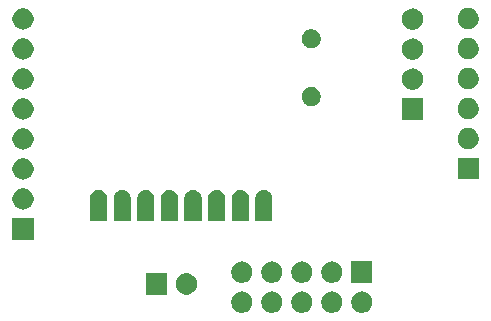
<source format=gbr>
G04 #@! TF.GenerationSoftware,KiCad,Pcbnew,(5.1.5-0-10_14)*
G04 #@! TF.CreationDate,2020-04-26T21:59:26+02:00*
G04 #@! TF.ProjectId,minimal,6d696e69-6d61-46c2-9e6b-696361645f70,rev?*
G04 #@! TF.SameCoordinates,Original*
G04 #@! TF.FileFunction,Soldermask,Bot*
G04 #@! TF.FilePolarity,Negative*
%FSLAX46Y46*%
G04 Gerber Fmt 4.6, Leading zero omitted, Abs format (unit mm)*
G04 Created by KiCad (PCBNEW (5.1.5-0-10_14)) date 2020-04-26 21:59:26*
%MOMM*%
%LPD*%
G04 APERTURE LIST*
%ADD10C,0.100000*%
G04 APERTURE END LIST*
D10*
G36*
X57403512Y-65143927D02*
G01*
X57552812Y-65173624D01*
X57716784Y-65241544D01*
X57864354Y-65340147D01*
X57989853Y-65465646D01*
X58088456Y-65613216D01*
X58156376Y-65777188D01*
X58191000Y-65951259D01*
X58191000Y-66128741D01*
X58156376Y-66302812D01*
X58088456Y-66466784D01*
X57989853Y-66614354D01*
X57864354Y-66739853D01*
X57716784Y-66838456D01*
X57552812Y-66906376D01*
X57403512Y-66936073D01*
X57378742Y-66941000D01*
X57201258Y-66941000D01*
X57176488Y-66936073D01*
X57027188Y-66906376D01*
X56863216Y-66838456D01*
X56715646Y-66739853D01*
X56590147Y-66614354D01*
X56491544Y-66466784D01*
X56423624Y-66302812D01*
X56389000Y-66128741D01*
X56389000Y-65951259D01*
X56423624Y-65777188D01*
X56491544Y-65613216D01*
X56590147Y-65465646D01*
X56715646Y-65340147D01*
X56863216Y-65241544D01*
X57027188Y-65173624D01*
X57176488Y-65143927D01*
X57201258Y-65139000D01*
X57378742Y-65139000D01*
X57403512Y-65143927D01*
G37*
G36*
X54863512Y-65143927D02*
G01*
X55012812Y-65173624D01*
X55176784Y-65241544D01*
X55324354Y-65340147D01*
X55449853Y-65465646D01*
X55548456Y-65613216D01*
X55616376Y-65777188D01*
X55651000Y-65951259D01*
X55651000Y-66128741D01*
X55616376Y-66302812D01*
X55548456Y-66466784D01*
X55449853Y-66614354D01*
X55324354Y-66739853D01*
X55176784Y-66838456D01*
X55012812Y-66906376D01*
X54863512Y-66936073D01*
X54838742Y-66941000D01*
X54661258Y-66941000D01*
X54636488Y-66936073D01*
X54487188Y-66906376D01*
X54323216Y-66838456D01*
X54175646Y-66739853D01*
X54050147Y-66614354D01*
X53951544Y-66466784D01*
X53883624Y-66302812D01*
X53849000Y-66128741D01*
X53849000Y-65951259D01*
X53883624Y-65777188D01*
X53951544Y-65613216D01*
X54050147Y-65465646D01*
X54175646Y-65340147D01*
X54323216Y-65241544D01*
X54487188Y-65173624D01*
X54636488Y-65143927D01*
X54661258Y-65139000D01*
X54838742Y-65139000D01*
X54863512Y-65143927D01*
G37*
G36*
X52323512Y-65143927D02*
G01*
X52472812Y-65173624D01*
X52636784Y-65241544D01*
X52784354Y-65340147D01*
X52909853Y-65465646D01*
X53008456Y-65613216D01*
X53076376Y-65777188D01*
X53111000Y-65951259D01*
X53111000Y-66128741D01*
X53076376Y-66302812D01*
X53008456Y-66466784D01*
X52909853Y-66614354D01*
X52784354Y-66739853D01*
X52636784Y-66838456D01*
X52472812Y-66906376D01*
X52323512Y-66936073D01*
X52298742Y-66941000D01*
X52121258Y-66941000D01*
X52096488Y-66936073D01*
X51947188Y-66906376D01*
X51783216Y-66838456D01*
X51635646Y-66739853D01*
X51510147Y-66614354D01*
X51411544Y-66466784D01*
X51343624Y-66302812D01*
X51309000Y-66128741D01*
X51309000Y-65951259D01*
X51343624Y-65777188D01*
X51411544Y-65613216D01*
X51510147Y-65465646D01*
X51635646Y-65340147D01*
X51783216Y-65241544D01*
X51947188Y-65173624D01*
X52096488Y-65143927D01*
X52121258Y-65139000D01*
X52298742Y-65139000D01*
X52323512Y-65143927D01*
G37*
G36*
X49783512Y-65143927D02*
G01*
X49932812Y-65173624D01*
X50096784Y-65241544D01*
X50244354Y-65340147D01*
X50369853Y-65465646D01*
X50468456Y-65613216D01*
X50536376Y-65777188D01*
X50571000Y-65951259D01*
X50571000Y-66128741D01*
X50536376Y-66302812D01*
X50468456Y-66466784D01*
X50369853Y-66614354D01*
X50244354Y-66739853D01*
X50096784Y-66838456D01*
X49932812Y-66906376D01*
X49783512Y-66936073D01*
X49758742Y-66941000D01*
X49581258Y-66941000D01*
X49556488Y-66936073D01*
X49407188Y-66906376D01*
X49243216Y-66838456D01*
X49095646Y-66739853D01*
X48970147Y-66614354D01*
X48871544Y-66466784D01*
X48803624Y-66302812D01*
X48769000Y-66128741D01*
X48769000Y-65951259D01*
X48803624Y-65777188D01*
X48871544Y-65613216D01*
X48970147Y-65465646D01*
X49095646Y-65340147D01*
X49243216Y-65241544D01*
X49407188Y-65173624D01*
X49556488Y-65143927D01*
X49581258Y-65139000D01*
X49758742Y-65139000D01*
X49783512Y-65143927D01*
G37*
G36*
X47243512Y-65143927D02*
G01*
X47392812Y-65173624D01*
X47556784Y-65241544D01*
X47704354Y-65340147D01*
X47829853Y-65465646D01*
X47928456Y-65613216D01*
X47996376Y-65777188D01*
X48031000Y-65951259D01*
X48031000Y-66128741D01*
X47996376Y-66302812D01*
X47928456Y-66466784D01*
X47829853Y-66614354D01*
X47704354Y-66739853D01*
X47556784Y-66838456D01*
X47392812Y-66906376D01*
X47243512Y-66936073D01*
X47218742Y-66941000D01*
X47041258Y-66941000D01*
X47016488Y-66936073D01*
X46867188Y-66906376D01*
X46703216Y-66838456D01*
X46555646Y-66739853D01*
X46430147Y-66614354D01*
X46331544Y-66466784D01*
X46263624Y-66302812D01*
X46229000Y-66128741D01*
X46229000Y-65951259D01*
X46263624Y-65777188D01*
X46331544Y-65613216D01*
X46430147Y-65465646D01*
X46555646Y-65340147D01*
X46703216Y-65241544D01*
X46867188Y-65173624D01*
X47016488Y-65143927D01*
X47041258Y-65139000D01*
X47218742Y-65139000D01*
X47243512Y-65143927D01*
G37*
G36*
X40801000Y-65401000D02*
G01*
X38999000Y-65401000D01*
X38999000Y-63599000D01*
X40801000Y-63599000D01*
X40801000Y-65401000D01*
G37*
G36*
X42553512Y-63603927D02*
G01*
X42702812Y-63633624D01*
X42866784Y-63701544D01*
X43014354Y-63800147D01*
X43139853Y-63925646D01*
X43238456Y-64073216D01*
X43306376Y-64237188D01*
X43332072Y-64366375D01*
X43338960Y-64401000D01*
X43341000Y-64411259D01*
X43341000Y-64588741D01*
X43306376Y-64762812D01*
X43238456Y-64926784D01*
X43139853Y-65074354D01*
X43014354Y-65199853D01*
X42866784Y-65298456D01*
X42702812Y-65366376D01*
X42553512Y-65396073D01*
X42528742Y-65401000D01*
X42351258Y-65401000D01*
X42326488Y-65396073D01*
X42177188Y-65366376D01*
X42013216Y-65298456D01*
X41865646Y-65199853D01*
X41740147Y-65074354D01*
X41641544Y-64926784D01*
X41573624Y-64762812D01*
X41539000Y-64588741D01*
X41539000Y-64411259D01*
X41541041Y-64401000D01*
X41547928Y-64366375D01*
X41573624Y-64237188D01*
X41641544Y-64073216D01*
X41740147Y-63925646D01*
X41865646Y-63800147D01*
X42013216Y-63701544D01*
X42177188Y-63633624D01*
X42326488Y-63603927D01*
X42351258Y-63599000D01*
X42528742Y-63599000D01*
X42553512Y-63603927D01*
G37*
G36*
X58191000Y-64401000D02*
G01*
X56389000Y-64401000D01*
X56389000Y-62599000D01*
X58191000Y-62599000D01*
X58191000Y-64401000D01*
G37*
G36*
X49783512Y-62603927D02*
G01*
X49932812Y-62633624D01*
X50096784Y-62701544D01*
X50244354Y-62800147D01*
X50369853Y-62925646D01*
X50468456Y-63073216D01*
X50536376Y-63237188D01*
X50566073Y-63386488D01*
X50571000Y-63411258D01*
X50571000Y-63588742D01*
X50566073Y-63613512D01*
X50536376Y-63762812D01*
X50468456Y-63926784D01*
X50369853Y-64074354D01*
X50244354Y-64199853D01*
X50096784Y-64298456D01*
X49932812Y-64366376D01*
X49783512Y-64396073D01*
X49758742Y-64401000D01*
X49581258Y-64401000D01*
X49556488Y-64396073D01*
X49407188Y-64366376D01*
X49243216Y-64298456D01*
X49095646Y-64199853D01*
X48970147Y-64074354D01*
X48871544Y-63926784D01*
X48803624Y-63762812D01*
X48773927Y-63613512D01*
X48769000Y-63588742D01*
X48769000Y-63411258D01*
X48773927Y-63386488D01*
X48803624Y-63237188D01*
X48871544Y-63073216D01*
X48970147Y-62925646D01*
X49095646Y-62800147D01*
X49243216Y-62701544D01*
X49407188Y-62633624D01*
X49556488Y-62603927D01*
X49581258Y-62599000D01*
X49758742Y-62599000D01*
X49783512Y-62603927D01*
G37*
G36*
X47243512Y-62603927D02*
G01*
X47392812Y-62633624D01*
X47556784Y-62701544D01*
X47704354Y-62800147D01*
X47829853Y-62925646D01*
X47928456Y-63073216D01*
X47996376Y-63237188D01*
X48026073Y-63386488D01*
X48031000Y-63411258D01*
X48031000Y-63588742D01*
X48026073Y-63613512D01*
X47996376Y-63762812D01*
X47928456Y-63926784D01*
X47829853Y-64074354D01*
X47704354Y-64199853D01*
X47556784Y-64298456D01*
X47392812Y-64366376D01*
X47243512Y-64396073D01*
X47218742Y-64401000D01*
X47041258Y-64401000D01*
X47016488Y-64396073D01*
X46867188Y-64366376D01*
X46703216Y-64298456D01*
X46555646Y-64199853D01*
X46430147Y-64074354D01*
X46331544Y-63926784D01*
X46263624Y-63762812D01*
X46233927Y-63613512D01*
X46229000Y-63588742D01*
X46229000Y-63411258D01*
X46233927Y-63386488D01*
X46263624Y-63237188D01*
X46331544Y-63073216D01*
X46430147Y-62925646D01*
X46555646Y-62800147D01*
X46703216Y-62701544D01*
X46867188Y-62633624D01*
X47016488Y-62603927D01*
X47041258Y-62599000D01*
X47218742Y-62599000D01*
X47243512Y-62603927D01*
G37*
G36*
X54863512Y-62603927D02*
G01*
X55012812Y-62633624D01*
X55176784Y-62701544D01*
X55324354Y-62800147D01*
X55449853Y-62925646D01*
X55548456Y-63073216D01*
X55616376Y-63237188D01*
X55646073Y-63386488D01*
X55651000Y-63411258D01*
X55651000Y-63588742D01*
X55646073Y-63613512D01*
X55616376Y-63762812D01*
X55548456Y-63926784D01*
X55449853Y-64074354D01*
X55324354Y-64199853D01*
X55176784Y-64298456D01*
X55012812Y-64366376D01*
X54863512Y-64396073D01*
X54838742Y-64401000D01*
X54661258Y-64401000D01*
X54636488Y-64396073D01*
X54487188Y-64366376D01*
X54323216Y-64298456D01*
X54175646Y-64199853D01*
X54050147Y-64074354D01*
X53951544Y-63926784D01*
X53883624Y-63762812D01*
X53853927Y-63613512D01*
X53849000Y-63588742D01*
X53849000Y-63411258D01*
X53853927Y-63386488D01*
X53883624Y-63237188D01*
X53951544Y-63073216D01*
X54050147Y-62925646D01*
X54175646Y-62800147D01*
X54323216Y-62701544D01*
X54487188Y-62633624D01*
X54636488Y-62603927D01*
X54661258Y-62599000D01*
X54838742Y-62599000D01*
X54863512Y-62603927D01*
G37*
G36*
X52323512Y-62603927D02*
G01*
X52472812Y-62633624D01*
X52636784Y-62701544D01*
X52784354Y-62800147D01*
X52909853Y-62925646D01*
X53008456Y-63073216D01*
X53076376Y-63237188D01*
X53106073Y-63386488D01*
X53111000Y-63411258D01*
X53111000Y-63588742D01*
X53106073Y-63613512D01*
X53076376Y-63762812D01*
X53008456Y-63926784D01*
X52909853Y-64074354D01*
X52784354Y-64199853D01*
X52636784Y-64298456D01*
X52472812Y-64366376D01*
X52323512Y-64396073D01*
X52298742Y-64401000D01*
X52121258Y-64401000D01*
X52096488Y-64396073D01*
X51947188Y-64366376D01*
X51783216Y-64298456D01*
X51635646Y-64199853D01*
X51510147Y-64074354D01*
X51411544Y-63926784D01*
X51343624Y-63762812D01*
X51313927Y-63613512D01*
X51309000Y-63588742D01*
X51309000Y-63411258D01*
X51313927Y-63386488D01*
X51343624Y-63237188D01*
X51411544Y-63073216D01*
X51510147Y-62925646D01*
X51635646Y-62800147D01*
X51783216Y-62701544D01*
X51947188Y-62633624D01*
X52096488Y-62603927D01*
X52121258Y-62599000D01*
X52298742Y-62599000D01*
X52323512Y-62603927D01*
G37*
G36*
X29501000Y-60741000D02*
G01*
X27699000Y-60741000D01*
X27699000Y-58939000D01*
X29501000Y-58939000D01*
X29501000Y-60741000D01*
G37*
G36*
X45211766Y-56551899D02*
G01*
X45343888Y-56606626D01*
X45343890Y-56606627D01*
X45462798Y-56686079D01*
X45563921Y-56787202D01*
X45563922Y-56787204D01*
X45643374Y-56906112D01*
X45698101Y-57038234D01*
X45726000Y-57178494D01*
X45726000Y-59201000D01*
X44274000Y-59201000D01*
X44274000Y-57178494D01*
X44301899Y-57038234D01*
X44356626Y-56906112D01*
X44436078Y-56787204D01*
X44436079Y-56787202D01*
X44537202Y-56686079D01*
X44656110Y-56606627D01*
X44656112Y-56606626D01*
X44788234Y-56551899D01*
X44928494Y-56524000D01*
X45071506Y-56524000D01*
X45211766Y-56551899D01*
G37*
G36*
X43211766Y-56551899D02*
G01*
X43343888Y-56606626D01*
X43343890Y-56606627D01*
X43462798Y-56686079D01*
X43563921Y-56787202D01*
X43563922Y-56787204D01*
X43643374Y-56906112D01*
X43698101Y-57038234D01*
X43726000Y-57178494D01*
X43726000Y-59201000D01*
X42274000Y-59201000D01*
X42274000Y-57178494D01*
X42301899Y-57038234D01*
X42356626Y-56906112D01*
X42436078Y-56787204D01*
X42436079Y-56787202D01*
X42537202Y-56686079D01*
X42656110Y-56606627D01*
X42656112Y-56606626D01*
X42788234Y-56551899D01*
X42928494Y-56524000D01*
X43071506Y-56524000D01*
X43211766Y-56551899D01*
G37*
G36*
X41211766Y-56551899D02*
G01*
X41343888Y-56606626D01*
X41343890Y-56606627D01*
X41462798Y-56686079D01*
X41563921Y-56787202D01*
X41563922Y-56787204D01*
X41643374Y-56906112D01*
X41698101Y-57038234D01*
X41726000Y-57178494D01*
X41726000Y-59201000D01*
X40274000Y-59201000D01*
X40274000Y-57178494D01*
X40301899Y-57038234D01*
X40356626Y-56906112D01*
X40436078Y-56787204D01*
X40436079Y-56787202D01*
X40537202Y-56686079D01*
X40656110Y-56606627D01*
X40656112Y-56606626D01*
X40788234Y-56551899D01*
X40928494Y-56524000D01*
X41071506Y-56524000D01*
X41211766Y-56551899D01*
G37*
G36*
X39211766Y-56551899D02*
G01*
X39343888Y-56606626D01*
X39343890Y-56606627D01*
X39462798Y-56686079D01*
X39563921Y-56787202D01*
X39563922Y-56787204D01*
X39643374Y-56906112D01*
X39698101Y-57038234D01*
X39726000Y-57178494D01*
X39726000Y-59201000D01*
X38274000Y-59201000D01*
X38274000Y-57178494D01*
X38301899Y-57038234D01*
X38356626Y-56906112D01*
X38436078Y-56787204D01*
X38436079Y-56787202D01*
X38537202Y-56686079D01*
X38656110Y-56606627D01*
X38656112Y-56606626D01*
X38788234Y-56551899D01*
X38928494Y-56524000D01*
X39071506Y-56524000D01*
X39211766Y-56551899D01*
G37*
G36*
X37211766Y-56551899D02*
G01*
X37343888Y-56606626D01*
X37343890Y-56606627D01*
X37462798Y-56686079D01*
X37563921Y-56787202D01*
X37563922Y-56787204D01*
X37643374Y-56906112D01*
X37698101Y-57038234D01*
X37726000Y-57178494D01*
X37726000Y-59201000D01*
X36274000Y-59201000D01*
X36274000Y-57178494D01*
X36301899Y-57038234D01*
X36356626Y-56906112D01*
X36436078Y-56787204D01*
X36436079Y-56787202D01*
X36537202Y-56686079D01*
X36656110Y-56606627D01*
X36656112Y-56606626D01*
X36788234Y-56551899D01*
X36928494Y-56524000D01*
X37071506Y-56524000D01*
X37211766Y-56551899D01*
G37*
G36*
X47211766Y-56551899D02*
G01*
X47343888Y-56606626D01*
X47343890Y-56606627D01*
X47462798Y-56686079D01*
X47563921Y-56787202D01*
X47563922Y-56787204D01*
X47643374Y-56906112D01*
X47698101Y-57038234D01*
X47726000Y-57178494D01*
X47726000Y-59201000D01*
X46274000Y-59201000D01*
X46274000Y-57178494D01*
X46301899Y-57038234D01*
X46356626Y-56906112D01*
X46436078Y-56787204D01*
X46436079Y-56787202D01*
X46537202Y-56686079D01*
X46656110Y-56606627D01*
X46656112Y-56606626D01*
X46788234Y-56551899D01*
X46928494Y-56524000D01*
X47071506Y-56524000D01*
X47211766Y-56551899D01*
G37*
G36*
X35211766Y-56551899D02*
G01*
X35343888Y-56606626D01*
X35343890Y-56606627D01*
X35462798Y-56686079D01*
X35563921Y-56787202D01*
X35563922Y-56787204D01*
X35643374Y-56906112D01*
X35698101Y-57038234D01*
X35726000Y-57178494D01*
X35726000Y-59201000D01*
X34274000Y-59201000D01*
X34274000Y-57178494D01*
X34301899Y-57038234D01*
X34356626Y-56906112D01*
X34436078Y-56787204D01*
X34436079Y-56787202D01*
X34537202Y-56686079D01*
X34656110Y-56606627D01*
X34656112Y-56606626D01*
X34788234Y-56551899D01*
X34928494Y-56524000D01*
X35071506Y-56524000D01*
X35211766Y-56551899D01*
G37*
G36*
X49211766Y-56551899D02*
G01*
X49343888Y-56606626D01*
X49343890Y-56606627D01*
X49462798Y-56686079D01*
X49563921Y-56787202D01*
X49563922Y-56787204D01*
X49643374Y-56906112D01*
X49698101Y-57038234D01*
X49726000Y-57178494D01*
X49726000Y-59201000D01*
X48274000Y-59201000D01*
X48274000Y-57178494D01*
X48301899Y-57038234D01*
X48356626Y-56906112D01*
X48436078Y-56787204D01*
X48436079Y-56787202D01*
X48537202Y-56686079D01*
X48656110Y-56606627D01*
X48656112Y-56606626D01*
X48788234Y-56551899D01*
X48928494Y-56524000D01*
X49071506Y-56524000D01*
X49211766Y-56551899D01*
G37*
G36*
X28713512Y-56403927D02*
G01*
X28862812Y-56433624D01*
X29026784Y-56501544D01*
X29174354Y-56600147D01*
X29299853Y-56725646D01*
X29398456Y-56873216D01*
X29466376Y-57037188D01*
X29501000Y-57211259D01*
X29501000Y-57388741D01*
X29466376Y-57562812D01*
X29398456Y-57726784D01*
X29299853Y-57874354D01*
X29174354Y-57999853D01*
X29026784Y-58098456D01*
X28862812Y-58166376D01*
X28713512Y-58196073D01*
X28688742Y-58201000D01*
X28511258Y-58201000D01*
X28486488Y-58196073D01*
X28337188Y-58166376D01*
X28173216Y-58098456D01*
X28025646Y-57999853D01*
X27900147Y-57874354D01*
X27801544Y-57726784D01*
X27733624Y-57562812D01*
X27699000Y-57388741D01*
X27699000Y-57211259D01*
X27733624Y-57037188D01*
X27801544Y-56873216D01*
X27900147Y-56725646D01*
X28025646Y-56600147D01*
X28173216Y-56501544D01*
X28337188Y-56433624D01*
X28486488Y-56403927D01*
X28511258Y-56399000D01*
X28688742Y-56399000D01*
X28713512Y-56403927D01*
G37*
G36*
X28713512Y-53863927D02*
G01*
X28862812Y-53893624D01*
X29026784Y-53961544D01*
X29174354Y-54060147D01*
X29299853Y-54185646D01*
X29398456Y-54333216D01*
X29466376Y-54497188D01*
X29501000Y-54671259D01*
X29501000Y-54848741D01*
X29466376Y-55022812D01*
X29398456Y-55186784D01*
X29299853Y-55334354D01*
X29174354Y-55459853D01*
X29026784Y-55558456D01*
X28862812Y-55626376D01*
X28713512Y-55656073D01*
X28688742Y-55661000D01*
X28511258Y-55661000D01*
X28486488Y-55656073D01*
X28337188Y-55626376D01*
X28173216Y-55558456D01*
X28025646Y-55459853D01*
X27900147Y-55334354D01*
X27801544Y-55186784D01*
X27733624Y-55022812D01*
X27699000Y-54848741D01*
X27699000Y-54671259D01*
X27733624Y-54497188D01*
X27801544Y-54333216D01*
X27900147Y-54185646D01*
X28025646Y-54060147D01*
X28173216Y-53961544D01*
X28337188Y-53893624D01*
X28486488Y-53863927D01*
X28511258Y-53859000D01*
X28688742Y-53859000D01*
X28713512Y-53863927D01*
G37*
G36*
X67201000Y-55641000D02*
G01*
X65399000Y-55641000D01*
X65399000Y-53839000D01*
X67201000Y-53839000D01*
X67201000Y-55641000D01*
G37*
G36*
X28713512Y-51323927D02*
G01*
X28862812Y-51353624D01*
X29026784Y-51421544D01*
X29174354Y-51520147D01*
X29299853Y-51645646D01*
X29398456Y-51793216D01*
X29466376Y-51957188D01*
X29501000Y-52131259D01*
X29501000Y-52308741D01*
X29466376Y-52482812D01*
X29398456Y-52646784D01*
X29299853Y-52794354D01*
X29174354Y-52919853D01*
X29026784Y-53018456D01*
X28862812Y-53086376D01*
X28713512Y-53116073D01*
X28688742Y-53121000D01*
X28511258Y-53121000D01*
X28486488Y-53116073D01*
X28337188Y-53086376D01*
X28173216Y-53018456D01*
X28025646Y-52919853D01*
X27900147Y-52794354D01*
X27801544Y-52646784D01*
X27733624Y-52482812D01*
X27699000Y-52308741D01*
X27699000Y-52131259D01*
X27733624Y-51957188D01*
X27801544Y-51793216D01*
X27900147Y-51645646D01*
X28025646Y-51520147D01*
X28173216Y-51421544D01*
X28337188Y-51353624D01*
X28486488Y-51323927D01*
X28511258Y-51319000D01*
X28688742Y-51319000D01*
X28713512Y-51323927D01*
G37*
G36*
X66413512Y-51303927D02*
G01*
X66562812Y-51333624D01*
X66726784Y-51401544D01*
X66874354Y-51500147D01*
X66999853Y-51625646D01*
X67098456Y-51773216D01*
X67166376Y-51937188D01*
X67201000Y-52111259D01*
X67201000Y-52288741D01*
X67166376Y-52462812D01*
X67098456Y-52626784D01*
X66999853Y-52774354D01*
X66874354Y-52899853D01*
X66726784Y-52998456D01*
X66562812Y-53066376D01*
X66413512Y-53096073D01*
X66388742Y-53101000D01*
X66211258Y-53101000D01*
X66186488Y-53096073D01*
X66037188Y-53066376D01*
X65873216Y-52998456D01*
X65725646Y-52899853D01*
X65600147Y-52774354D01*
X65501544Y-52626784D01*
X65433624Y-52462812D01*
X65399000Y-52288741D01*
X65399000Y-52111259D01*
X65433624Y-51937188D01*
X65501544Y-51773216D01*
X65600147Y-51625646D01*
X65725646Y-51500147D01*
X65873216Y-51401544D01*
X66037188Y-51333624D01*
X66186488Y-51303927D01*
X66211258Y-51299000D01*
X66388742Y-51299000D01*
X66413512Y-51303927D01*
G37*
G36*
X62501000Y-50601000D02*
G01*
X60699000Y-50601000D01*
X60699000Y-48799000D01*
X62501000Y-48799000D01*
X62501000Y-50601000D01*
G37*
G36*
X28713512Y-48783927D02*
G01*
X28862812Y-48813624D01*
X29026784Y-48881544D01*
X29174354Y-48980147D01*
X29299853Y-49105646D01*
X29398456Y-49253216D01*
X29466376Y-49417188D01*
X29501000Y-49591259D01*
X29501000Y-49768741D01*
X29466376Y-49942812D01*
X29398456Y-50106784D01*
X29299853Y-50254354D01*
X29174354Y-50379853D01*
X29026784Y-50478456D01*
X28862812Y-50546376D01*
X28713512Y-50576073D01*
X28688742Y-50581000D01*
X28511258Y-50581000D01*
X28486488Y-50576073D01*
X28337188Y-50546376D01*
X28173216Y-50478456D01*
X28025646Y-50379853D01*
X27900147Y-50254354D01*
X27801544Y-50106784D01*
X27733624Y-49942812D01*
X27699000Y-49768741D01*
X27699000Y-49591259D01*
X27733624Y-49417188D01*
X27801544Y-49253216D01*
X27900147Y-49105646D01*
X28025646Y-48980147D01*
X28173216Y-48881544D01*
X28337188Y-48813624D01*
X28486488Y-48783927D01*
X28511258Y-48779000D01*
X28688742Y-48779000D01*
X28713512Y-48783927D01*
G37*
G36*
X66413512Y-48763927D02*
G01*
X66562812Y-48793624D01*
X66726784Y-48861544D01*
X66874354Y-48960147D01*
X66999853Y-49085646D01*
X67098456Y-49233216D01*
X67166376Y-49397188D01*
X67201000Y-49571259D01*
X67201000Y-49748741D01*
X67166376Y-49922812D01*
X67098456Y-50086784D01*
X66999853Y-50234354D01*
X66874354Y-50359853D01*
X66726784Y-50458456D01*
X66562812Y-50526376D01*
X66413512Y-50556073D01*
X66388742Y-50561000D01*
X66211258Y-50561000D01*
X66186488Y-50556073D01*
X66037188Y-50526376D01*
X65873216Y-50458456D01*
X65725646Y-50359853D01*
X65600147Y-50234354D01*
X65501544Y-50086784D01*
X65433624Y-49922812D01*
X65399000Y-49748741D01*
X65399000Y-49571259D01*
X65433624Y-49397188D01*
X65501544Y-49233216D01*
X65600147Y-49085646D01*
X65725646Y-48960147D01*
X65873216Y-48861544D01*
X66037188Y-48793624D01*
X66186488Y-48763927D01*
X66211258Y-48759000D01*
X66388742Y-48759000D01*
X66413512Y-48763927D01*
G37*
G36*
X53233642Y-47859781D02*
G01*
X53375295Y-47918456D01*
X53379416Y-47920163D01*
X53510608Y-48007822D01*
X53622178Y-48119392D01*
X53709837Y-48250584D01*
X53709838Y-48250586D01*
X53770219Y-48396358D01*
X53801000Y-48551107D01*
X53801000Y-48708893D01*
X53770219Y-48863642D01*
X53721961Y-48980147D01*
X53709837Y-49009416D01*
X53622178Y-49140608D01*
X53510608Y-49252178D01*
X53379416Y-49339837D01*
X53379415Y-49339838D01*
X53379414Y-49339838D01*
X53233642Y-49400219D01*
X53078893Y-49431000D01*
X52921107Y-49431000D01*
X52766358Y-49400219D01*
X52620586Y-49339838D01*
X52620585Y-49339838D01*
X52620584Y-49339837D01*
X52489392Y-49252178D01*
X52377822Y-49140608D01*
X52290163Y-49009416D01*
X52278039Y-48980147D01*
X52229781Y-48863642D01*
X52199000Y-48708893D01*
X52199000Y-48551107D01*
X52229781Y-48396358D01*
X52290162Y-48250586D01*
X52290163Y-48250584D01*
X52377822Y-48119392D01*
X52489392Y-48007822D01*
X52620584Y-47920163D01*
X52624705Y-47918456D01*
X52766358Y-47859781D01*
X52921107Y-47829000D01*
X53078893Y-47829000D01*
X53233642Y-47859781D01*
G37*
G36*
X61713512Y-46263927D02*
G01*
X61862812Y-46293624D01*
X62026784Y-46361544D01*
X62174354Y-46460147D01*
X62299853Y-46585646D01*
X62398456Y-46733216D01*
X62466376Y-46897188D01*
X62501000Y-47071259D01*
X62501000Y-47248741D01*
X62466376Y-47422812D01*
X62398456Y-47586784D01*
X62299853Y-47734354D01*
X62174354Y-47859853D01*
X62026784Y-47958456D01*
X61862812Y-48026376D01*
X61713512Y-48056073D01*
X61688742Y-48061000D01*
X61511258Y-48061000D01*
X61486488Y-48056073D01*
X61337188Y-48026376D01*
X61173216Y-47958456D01*
X61025646Y-47859853D01*
X60900147Y-47734354D01*
X60801544Y-47586784D01*
X60733624Y-47422812D01*
X60699000Y-47248741D01*
X60699000Y-47071259D01*
X60733624Y-46897188D01*
X60801544Y-46733216D01*
X60900147Y-46585646D01*
X61025646Y-46460147D01*
X61173216Y-46361544D01*
X61337188Y-46293624D01*
X61486488Y-46263927D01*
X61511258Y-46259000D01*
X61688742Y-46259000D01*
X61713512Y-46263927D01*
G37*
G36*
X28713512Y-46243927D02*
G01*
X28862812Y-46273624D01*
X29026784Y-46341544D01*
X29174354Y-46440147D01*
X29299853Y-46565646D01*
X29398456Y-46713216D01*
X29466376Y-46877188D01*
X29501000Y-47051259D01*
X29501000Y-47228741D01*
X29466376Y-47402812D01*
X29398456Y-47566784D01*
X29299853Y-47714354D01*
X29174354Y-47839853D01*
X29026784Y-47938456D01*
X28862812Y-48006376D01*
X28713512Y-48036073D01*
X28688742Y-48041000D01*
X28511258Y-48041000D01*
X28486488Y-48036073D01*
X28337188Y-48006376D01*
X28173216Y-47938456D01*
X28025646Y-47839853D01*
X27900147Y-47714354D01*
X27801544Y-47566784D01*
X27733624Y-47402812D01*
X27699000Y-47228741D01*
X27699000Y-47051259D01*
X27733624Y-46877188D01*
X27801544Y-46713216D01*
X27900147Y-46565646D01*
X28025646Y-46440147D01*
X28173216Y-46341544D01*
X28337188Y-46273624D01*
X28486488Y-46243927D01*
X28511258Y-46239000D01*
X28688742Y-46239000D01*
X28713512Y-46243927D01*
G37*
G36*
X66413512Y-46223927D02*
G01*
X66562812Y-46253624D01*
X66726784Y-46321544D01*
X66874354Y-46420147D01*
X66999853Y-46545646D01*
X67098456Y-46693216D01*
X67166376Y-46857188D01*
X67201000Y-47031259D01*
X67201000Y-47208741D01*
X67166376Y-47382812D01*
X67098456Y-47546784D01*
X66999853Y-47694354D01*
X66874354Y-47819853D01*
X66726784Y-47918456D01*
X66562812Y-47986376D01*
X66413512Y-48016073D01*
X66388742Y-48021000D01*
X66211258Y-48021000D01*
X66186488Y-48016073D01*
X66037188Y-47986376D01*
X65873216Y-47918456D01*
X65725646Y-47819853D01*
X65600147Y-47694354D01*
X65501544Y-47546784D01*
X65433624Y-47382812D01*
X65399000Y-47208741D01*
X65399000Y-47031259D01*
X65433624Y-46857188D01*
X65501544Y-46693216D01*
X65600147Y-46545646D01*
X65725646Y-46420147D01*
X65873216Y-46321544D01*
X66037188Y-46253624D01*
X66186488Y-46223927D01*
X66211258Y-46219000D01*
X66388742Y-46219000D01*
X66413512Y-46223927D01*
G37*
G36*
X61713512Y-43723927D02*
G01*
X61862812Y-43753624D01*
X62026784Y-43821544D01*
X62174354Y-43920147D01*
X62299853Y-44045646D01*
X62398456Y-44193216D01*
X62466376Y-44357188D01*
X62501000Y-44531259D01*
X62501000Y-44708741D01*
X62466376Y-44882812D01*
X62398456Y-45046784D01*
X62299853Y-45194354D01*
X62174354Y-45319853D01*
X62026784Y-45418456D01*
X61862812Y-45486376D01*
X61713512Y-45516073D01*
X61688742Y-45521000D01*
X61511258Y-45521000D01*
X61486488Y-45516073D01*
X61337188Y-45486376D01*
X61173216Y-45418456D01*
X61025646Y-45319853D01*
X60900147Y-45194354D01*
X60801544Y-45046784D01*
X60733624Y-44882812D01*
X60699000Y-44708741D01*
X60699000Y-44531259D01*
X60733624Y-44357188D01*
X60801544Y-44193216D01*
X60900147Y-44045646D01*
X61025646Y-43920147D01*
X61173216Y-43821544D01*
X61337188Y-43753624D01*
X61486488Y-43723927D01*
X61511258Y-43719000D01*
X61688742Y-43719000D01*
X61713512Y-43723927D01*
G37*
G36*
X28713512Y-43703927D02*
G01*
X28862812Y-43733624D01*
X29026784Y-43801544D01*
X29174354Y-43900147D01*
X29299853Y-44025646D01*
X29398456Y-44173216D01*
X29466376Y-44337188D01*
X29501000Y-44511259D01*
X29501000Y-44688741D01*
X29466376Y-44862812D01*
X29398456Y-45026784D01*
X29299853Y-45174354D01*
X29174354Y-45299853D01*
X29026784Y-45398456D01*
X28862812Y-45466376D01*
X28713512Y-45496073D01*
X28688742Y-45501000D01*
X28511258Y-45501000D01*
X28486488Y-45496073D01*
X28337188Y-45466376D01*
X28173216Y-45398456D01*
X28025646Y-45299853D01*
X27900147Y-45174354D01*
X27801544Y-45026784D01*
X27733624Y-44862812D01*
X27699000Y-44688741D01*
X27699000Y-44511259D01*
X27733624Y-44337188D01*
X27801544Y-44173216D01*
X27900147Y-44025646D01*
X28025646Y-43900147D01*
X28173216Y-43801544D01*
X28337188Y-43733624D01*
X28486488Y-43703927D01*
X28511258Y-43699000D01*
X28688742Y-43699000D01*
X28713512Y-43703927D01*
G37*
G36*
X66413512Y-43683927D02*
G01*
X66562812Y-43713624D01*
X66726784Y-43781544D01*
X66874354Y-43880147D01*
X66999853Y-44005646D01*
X67098456Y-44153216D01*
X67166376Y-44317188D01*
X67201000Y-44491259D01*
X67201000Y-44668741D01*
X67166376Y-44842812D01*
X67098456Y-45006784D01*
X66999853Y-45154354D01*
X66874354Y-45279853D01*
X66726784Y-45378456D01*
X66562812Y-45446376D01*
X66413512Y-45476073D01*
X66388742Y-45481000D01*
X66211258Y-45481000D01*
X66186488Y-45476073D01*
X66037188Y-45446376D01*
X65873216Y-45378456D01*
X65725646Y-45279853D01*
X65600147Y-45154354D01*
X65501544Y-45006784D01*
X65433624Y-44842812D01*
X65399000Y-44668741D01*
X65399000Y-44491259D01*
X65433624Y-44317188D01*
X65501544Y-44153216D01*
X65600147Y-44005646D01*
X65725646Y-43880147D01*
X65873216Y-43781544D01*
X66037188Y-43713624D01*
X66186488Y-43683927D01*
X66211258Y-43679000D01*
X66388742Y-43679000D01*
X66413512Y-43683927D01*
G37*
G36*
X53233642Y-42979781D02*
G01*
X53379414Y-43040162D01*
X53379416Y-43040163D01*
X53510608Y-43127822D01*
X53622178Y-43239392D01*
X53709837Y-43370584D01*
X53709838Y-43370586D01*
X53770219Y-43516358D01*
X53801000Y-43671107D01*
X53801000Y-43828893D01*
X53770219Y-43983642D01*
X53709838Y-44129414D01*
X53709837Y-44129416D01*
X53622178Y-44260608D01*
X53510608Y-44372178D01*
X53379416Y-44459837D01*
X53379415Y-44459838D01*
X53379414Y-44459838D01*
X53233642Y-44520219D01*
X53078893Y-44551000D01*
X52921107Y-44551000D01*
X52766358Y-44520219D01*
X52620586Y-44459838D01*
X52620585Y-44459838D01*
X52620584Y-44459837D01*
X52489392Y-44372178D01*
X52377822Y-44260608D01*
X52290163Y-44129416D01*
X52290162Y-44129414D01*
X52229781Y-43983642D01*
X52199000Y-43828893D01*
X52199000Y-43671107D01*
X52229781Y-43516358D01*
X52290162Y-43370586D01*
X52290163Y-43370584D01*
X52377822Y-43239392D01*
X52489392Y-43127822D01*
X52620584Y-43040163D01*
X52620586Y-43040162D01*
X52766358Y-42979781D01*
X52921107Y-42949000D01*
X53078893Y-42949000D01*
X53233642Y-42979781D01*
G37*
G36*
X61713512Y-41183927D02*
G01*
X61862812Y-41213624D01*
X62026784Y-41281544D01*
X62174354Y-41380147D01*
X62299853Y-41505646D01*
X62398456Y-41653216D01*
X62466376Y-41817188D01*
X62501000Y-41991259D01*
X62501000Y-42168741D01*
X62466376Y-42342812D01*
X62398456Y-42506784D01*
X62299853Y-42654354D01*
X62174354Y-42779853D01*
X62026784Y-42878456D01*
X61862812Y-42946376D01*
X61713512Y-42976073D01*
X61688742Y-42981000D01*
X61511258Y-42981000D01*
X61486488Y-42976073D01*
X61337188Y-42946376D01*
X61173216Y-42878456D01*
X61025646Y-42779853D01*
X60900147Y-42654354D01*
X60801544Y-42506784D01*
X60733624Y-42342812D01*
X60699000Y-42168741D01*
X60699000Y-41991259D01*
X60733624Y-41817188D01*
X60801544Y-41653216D01*
X60900147Y-41505646D01*
X61025646Y-41380147D01*
X61173216Y-41281544D01*
X61337188Y-41213624D01*
X61486488Y-41183927D01*
X61511258Y-41179000D01*
X61688742Y-41179000D01*
X61713512Y-41183927D01*
G37*
G36*
X28713512Y-41163927D02*
G01*
X28862812Y-41193624D01*
X29026784Y-41261544D01*
X29174354Y-41360147D01*
X29299853Y-41485646D01*
X29398456Y-41633216D01*
X29466376Y-41797188D01*
X29501000Y-41971259D01*
X29501000Y-42148741D01*
X29466376Y-42322812D01*
X29398456Y-42486784D01*
X29299853Y-42634354D01*
X29174354Y-42759853D01*
X29026784Y-42858456D01*
X28862812Y-42926376D01*
X28713512Y-42956073D01*
X28688742Y-42961000D01*
X28511258Y-42961000D01*
X28486488Y-42956073D01*
X28337188Y-42926376D01*
X28173216Y-42858456D01*
X28025646Y-42759853D01*
X27900147Y-42634354D01*
X27801544Y-42486784D01*
X27733624Y-42322812D01*
X27699000Y-42148741D01*
X27699000Y-41971259D01*
X27733624Y-41797188D01*
X27801544Y-41633216D01*
X27900147Y-41485646D01*
X28025646Y-41360147D01*
X28173216Y-41261544D01*
X28337188Y-41193624D01*
X28486488Y-41163927D01*
X28511258Y-41159000D01*
X28688742Y-41159000D01*
X28713512Y-41163927D01*
G37*
G36*
X66413512Y-41143927D02*
G01*
X66562812Y-41173624D01*
X66726784Y-41241544D01*
X66874354Y-41340147D01*
X66999853Y-41465646D01*
X67098456Y-41613216D01*
X67166376Y-41777188D01*
X67201000Y-41951259D01*
X67201000Y-42128741D01*
X67166376Y-42302812D01*
X67098456Y-42466784D01*
X66999853Y-42614354D01*
X66874354Y-42739853D01*
X66726784Y-42838456D01*
X66562812Y-42906376D01*
X66413512Y-42936073D01*
X66388742Y-42941000D01*
X66211258Y-42941000D01*
X66186488Y-42936073D01*
X66037188Y-42906376D01*
X65873216Y-42838456D01*
X65725646Y-42739853D01*
X65600147Y-42614354D01*
X65501544Y-42466784D01*
X65433624Y-42302812D01*
X65399000Y-42128741D01*
X65399000Y-41951259D01*
X65433624Y-41777188D01*
X65501544Y-41613216D01*
X65600147Y-41465646D01*
X65725646Y-41340147D01*
X65873216Y-41241544D01*
X66037188Y-41173624D01*
X66186488Y-41143927D01*
X66211258Y-41139000D01*
X66388742Y-41139000D01*
X66413512Y-41143927D01*
G37*
M02*

</source>
